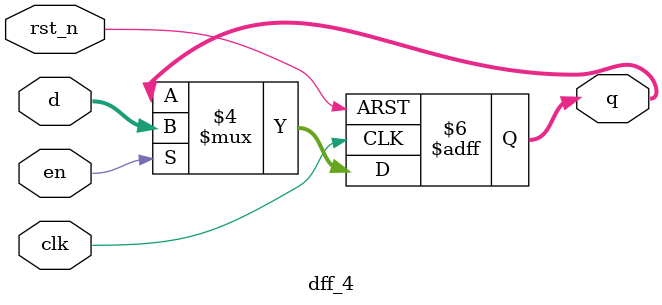
<source format=v>
module dff_4(q, d, en, rst_n, clk);
	input [3:0] d;
	input en, rst_n, clk;
	output reg [3:0] q;

	always @(posedge clk, negedge rst_n) begin
		if(rst_n == 1'b0)
			q <= 0;
		else begin
			if(en) q <= d;
			else q <= q;
		end
	end

endmodule

</source>
